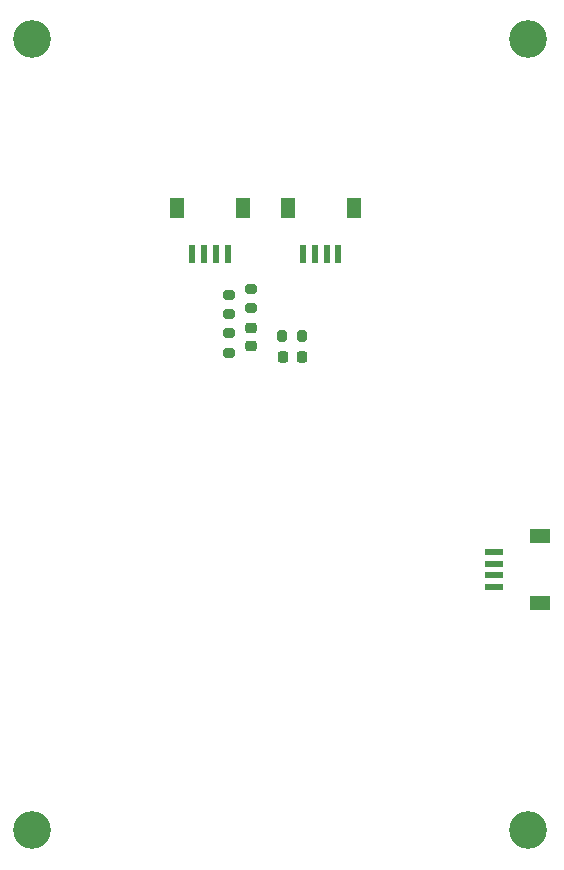
<source format=gbr>
%TF.GenerationSoftware,KiCad,Pcbnew,9.0.0*%
%TF.CreationDate,2025-04-04T14:44:08+08:00*%
%TF.ProjectId,modwheel,6d6f6477-6865-4656-9c2e-6b696361645f,rev?*%
%TF.SameCoordinates,Original*%
%TF.FileFunction,Soldermask,Bot*%
%TF.FilePolarity,Negative*%
%FSLAX46Y46*%
G04 Gerber Fmt 4.6, Leading zero omitted, Abs format (unit mm)*
G04 Created by KiCad (PCBNEW 9.0.0) date 2025-04-04 14:44:08*
%MOMM*%
%LPD*%
G01*
G04 APERTURE LIST*
G04 Aperture macros list*
%AMRoundRect*
0 Rectangle with rounded corners*
0 $1 Rounding radius*
0 $2 $3 $4 $5 $6 $7 $8 $9 X,Y pos of 4 corners*
0 Add a 4 corners polygon primitive as box body*
4,1,4,$2,$3,$4,$5,$6,$7,$8,$9,$2,$3,0*
0 Add four circle primitives for the rounded corners*
1,1,$1+$1,$2,$3*
1,1,$1+$1,$4,$5*
1,1,$1+$1,$6,$7*
1,1,$1+$1,$8,$9*
0 Add four rect primitives between the rounded corners*
20,1,$1+$1,$2,$3,$4,$5,0*
20,1,$1+$1,$4,$5,$6,$7,0*
20,1,$1+$1,$6,$7,$8,$9,0*
20,1,$1+$1,$8,$9,$2,$3,0*%
G04 Aperture macros list end*
%ADD10C,3.200000*%
%ADD11RoundRect,0.200000X0.275000X-0.200000X0.275000X0.200000X-0.275000X0.200000X-0.275000X-0.200000X0*%
%ADD12R,0.600000X1.550000*%
%ADD13R,1.200000X1.800000*%
%ADD14RoundRect,0.225000X0.225000X0.250000X-0.225000X0.250000X-0.225000X-0.250000X0.225000X-0.250000X0*%
%ADD15RoundRect,0.225000X0.250000X-0.225000X0.250000X0.225000X-0.250000X0.225000X-0.250000X-0.225000X0*%
%ADD16RoundRect,0.200000X-0.275000X0.200000X-0.275000X-0.200000X0.275000X-0.200000X0.275000X0.200000X0*%
%ADD17R,1.550000X0.600000*%
%ADD18R,1.800000X1.200000*%
%ADD19RoundRect,0.200000X0.200000X0.275000X-0.200000X0.275000X-0.200000X-0.275000X0.200000X-0.275000X0*%
G04 APERTURE END LIST*
D10*
%TO.C,H1*%
X80150000Y-69450000D03*
%TD*%
%TO.C,H3*%
X80150000Y-136450000D03*
%TD*%
%TO.C,H4*%
X122150000Y-136450000D03*
%TD*%
%TO.C,H2*%
X122150000Y-69450000D03*
%TD*%
D11*
%TO.C,R2*%
X96840000Y-92750000D03*
X96840000Y-91100000D03*
%TD*%
D12*
%TO.C,J3*%
X103070000Y-87609000D03*
X104070000Y-87609000D03*
X105070000Y-87609000D03*
X106070000Y-87609000D03*
D13*
X101770000Y-83734000D03*
X107370000Y-83734000D03*
%TD*%
D11*
%TO.C,R1*%
X96810000Y-96000000D03*
X96810000Y-94350000D03*
%TD*%
D14*
%TO.C,C1*%
X102960061Y-96340002D03*
X101410061Y-96340002D03*
%TD*%
D12*
%TO.C,J4*%
X93700000Y-87650000D03*
X94700000Y-87650000D03*
X95700000Y-87650000D03*
X96700000Y-87650000D03*
D13*
X92400000Y-83775000D03*
X98000000Y-83775000D03*
%TD*%
D15*
%TO.C,C2*%
X98685061Y-95450006D03*
X98685061Y-93900006D03*
%TD*%
D16*
%TO.C,R4*%
X98650000Y-90600000D03*
X98650000Y-92250000D03*
%TD*%
D17*
%TO.C,J5*%
X119263000Y-112863000D03*
X119263000Y-113863000D03*
X119263000Y-114863000D03*
X119263000Y-115863000D03*
D18*
X123138000Y-111563000D03*
X123138000Y-117163000D03*
%TD*%
D19*
%TO.C,R3*%
X102955000Y-94575000D03*
X101305000Y-94575000D03*
%TD*%
M02*

</source>
